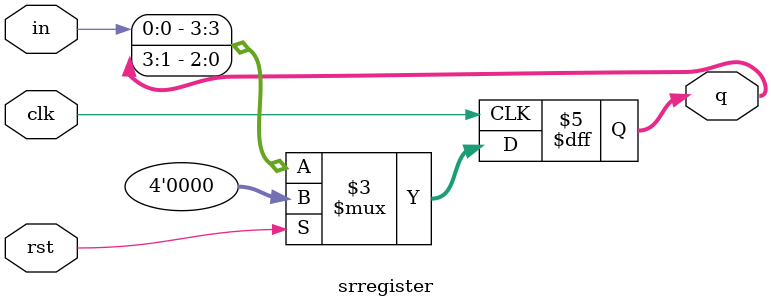
<source format=v>
module srregister(clk,rst,in,q);
    input wire clk;
    input wire rst;
    input wire in;
    output reg [3:0] q;


    always @(posedge clk ) begin
        if (rst)
            q=4'b0000;
        else begin
            q={in,q[3:1]};
        end
    end

endmodule
</source>
